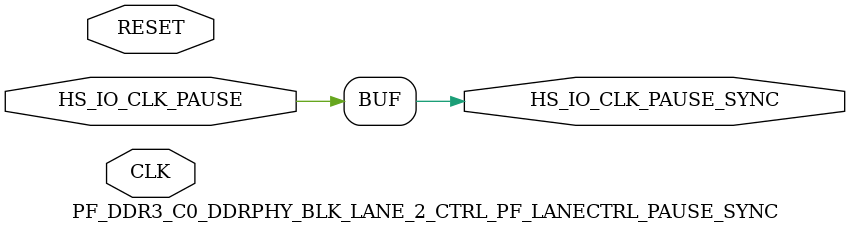
<source format=v>


module PF_DDR3_C0_DDRPHY_BLK_LANE_2_CTRL_PF_LANECTRL_PAUSE_SYNC( CLK, RESET, HS_IO_CLK_PAUSE, HS_IO_CLK_PAUSE_SYNC );
	
	input CLK, RESET, HS_IO_CLK_PAUSE;
	output HS_IO_CLK_PAUSE_SYNC;

	parameter ENABLE_PAUSE_EXTENSION = 2'b00;

	reg pause_reg_0, pause_reg_1, pause;
	wire pause_sync_0_i;

	generate 
		if( ENABLE_PAUSE_EXTENSION == 3'b000 ) begin : feed
			assign HS_IO_CLK_PAUSE_SYNC = HS_IO_CLK_PAUSE;
		end else if( ENABLE_PAUSE_EXTENSION == 3'b001 ) begin : pipe
			(* HS_IO_CLK_PAUSE_SYNC = 1, syn_keep = 1 *) SLE pause_sync_0(
				.CLK( CLK ),
				.D( HS_IO_CLK_PAUSE ),
				.Q( pause_sync_0_i ),
				.LAT( 1'b0 ),
				.EN( 1'b1 ),
				.ALn( ~RESET ),
				.ADn( 1'b1 ),
				.SLn( 1'b1 ),
				.SD( 1'b0 )
				);

			(* HS_IO_CLK_PAUSE_SYNC = 1, syn_keep = 1 *) SLE pause_sync (
				.CLK( CLK ),
				.D( pause_sync_0_i ),
				.Q( HS_IO_CLK_PAUSE_SYNC ),
				.LAT( 1'b0 ),
				.EN( 1'b1 ),
				.ALn( ~RESET ),
				.ADn( 1'b1 ),
				.SLn( 1'b1 ),
				.SD( 1'b0 )
				);
		end else if ( ENABLE_PAUSE_EXTENSION == 3'b010 ) begin : ext_pipe
			always @(posedge CLK or posedge RESET) begin : ext
				if( RESET == 1'b1 ) begin
					pause_reg_0 <= 1'b0;
					pause_reg_1 <= 1'b0;
					pause <= 1'b0;
				end else begin
					pause_reg_0 <= HS_IO_CLK_PAUSE;
					pause_reg_1 <= pause_reg_0;
					if( HS_IO_CLK_PAUSE == 1'b0 && pause_reg_0 ==1'b1 && pause_reg_1 == 1'b0 )
						pause <= 1'b1; // Extend by 1 cycle if the pulse is less than a cycle
					else
						pause <= HS_IO_CLK_PAUSE;
				end
			end

			(* HS_IO_CLK_PAUSE_SYNC = 1, syn_keep = 1 *) SLE pause_sync (
				.CLK( CLK ),
				.D( pause ),
				.Q( HS_IO_CLK_PAUSE_SYNC ),
				.LAT( 1'b0 ),
				.EN( 1'b1 ),
				.ALn( ~RESET ),
				.ADn( 1'b1 ),
				.SLn( 1'b1 ),
				.SD( 1'b0 )
				);
		end else if ( ENABLE_PAUSE_EXTENSION == 3'b011 ) begin : pipe_fall 
			(* HS_IO_CLK_PAUSE_SYNC = 1, syn_keep = 1 *) SLE pause_sync_0 (
				.CLK( CLK ),
				.D( HS_IO_CLK_PAUSE ),
				.Q( pause_sync_0_i ),
				.LAT( 1'b0 ),
				.EN( 1'b1 ),
				.ALn( ~RESET ),
				.ADn( 1'b1 ),
				.SLn( 1'b1 ),
				.SD( 1'b0 )
				);

			(* HS_IO_CLK_PAUSE_SYNC = 1, syn_keep = 1 *) SLE pause_sync (
				.CLK( ~CLK ),
				.D( pause_sync_0_i ),
				.Q( HS_IO_CLK_PAUSE_SYNC ),
				.LAT( 1'b0 ),
				.EN( 1'b1 ),
				.ALn( ~RESET ),
				.ADn( 1'b1 ),
				.SLn( 1'b1 ),
				.SD( 1'b0 )
				);
		end else if ( ENABLE_PAUSE_EXTENSION == 3'b100 ) begin : ext_pipe_fall 
			always @(posedge CLK or posedge RESET) begin : ext
				if( RESET == 1'b1 ) begin
					pause_reg_0 <= 1'b0;
					pause_reg_1 <= 1'b0;
					pause <= 1'b0;
				end else begin
					pause_reg_0 <= HS_IO_CLK_PAUSE;
					pause_reg_1 <= pause_reg_0;
					if( HS_IO_CLK_PAUSE == 1'b0 && pause_reg_0 ==1'b1 && pause_reg_1 == 1'b0 )
						pause <= 1'b1; // Extend by 1 cycle if the pulse is less than a cycle
					else
						pause <= HS_IO_CLK_PAUSE;
				end
			end

			(* HS_IO_CLK_PAUSE_SYNC = 1, syn_keep = 1 *) SLE pause_sync (
				.CLK( ~CLK ),
				.D( pause ),
				.Q( HS_IO_CLK_PAUSE_SYNC ),
				.LAT( 1'b0 ),
				.EN( 1'b1 ),
				.ALn( ~RESET ),
				.ADn( 1'b1 ),
				.SLn( 1'b1 ),
				.SD( 1'b0 )
				);
		end
	endgenerate

endmodule
</source>
